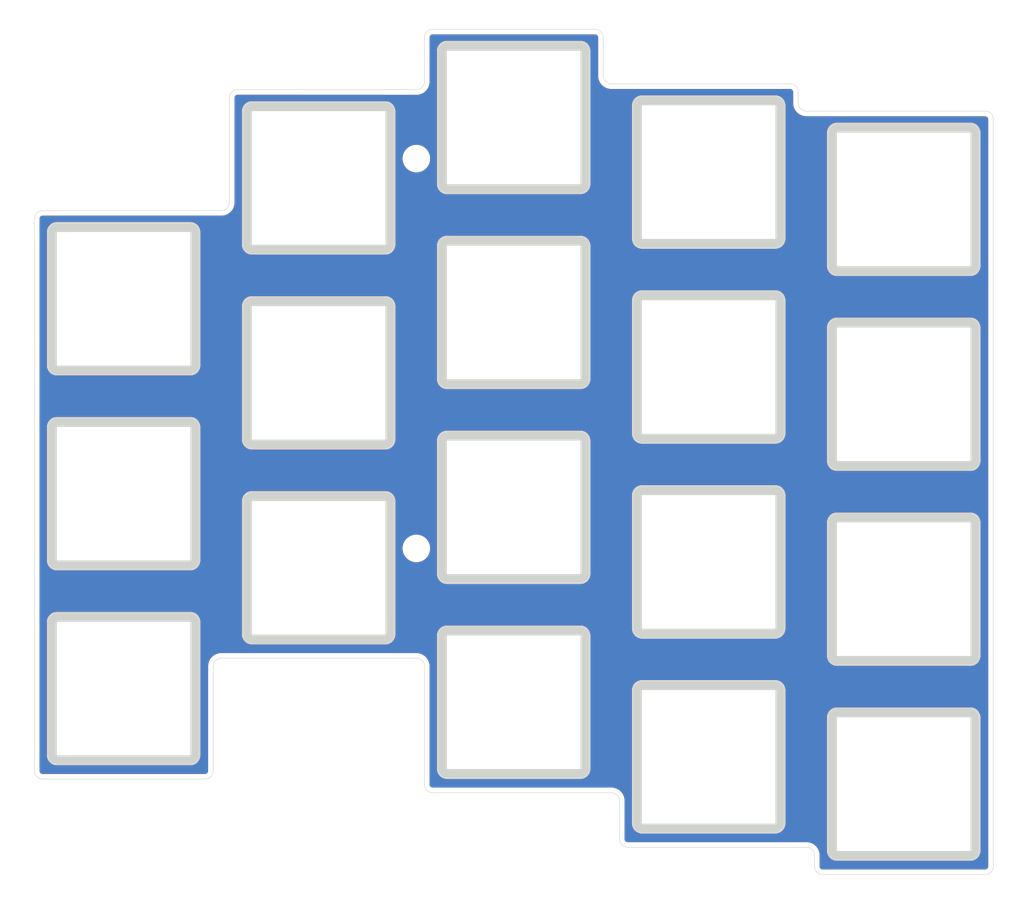
<source format=kicad_pcb>
(kicad_pcb (version 20241229) (generator "pcbnew") (generator_version "9.0")
  (title_block (title "pseusplit keyboard") (date "2024-11-18") (rev "0.1.0") (company "jack@pngu.org"))
  (layers (0 "F.Cu" signal) (2 "B.Cu" signal) (13 "F.Paste" user) (15 "B.Paste" user) (5 "F.SilkS" user "F.Silkscreen") (7 "B.SilkS" user "B.Silkscreen") (1 "F.Mask" user) (3 "B.Mask" user) (25 "Edge.Cuts" user))
  (net 0 "")
  (footprint "MountingHole:MountingHole_2.2mm_M2" (layer "F.Cu") (at 140.67 113.6)
    (property "Reference" "REF**" (hide yes))
    (property "Value" "MountingHole_2.2mm_M2" (hide yes))
    (pad "" np_thru_hole circle (at 0 0) (size 2.2 2.2) (drill 2.2) (layers "*.Cu" "*.Mask"))
  )
  (footprint "MountingHole:MountingHole_2.2mm_M2" (layer "F.Cu") (at 140.67 75.5)
    (property "Reference" "REF**" (hide yes))
    (property "Value" "MountingHole_2.2mm_M2" (hide yes))
    (pad "" np_thru_hole circle (at 0 0) (size 2.2 2.2) (drill 2.2) (layers "*.Cu" "*.Mask"))
  )
  (gr_line (start 104.1574 136.1387) (end 120.0314 136.1387) (stroke (width 0.05)) (layer "Edge.Cuts"))
  (gr_line (start 159.7206 68.1978) (end 177.182 68.1978) (stroke (width 0.05)) (layer "Edge.Cuts"))
  (gr_poly (pts (xy 194.799994 72.484502) (xy 194.824619 72.486334) (xy 194.849035 72.489367) (xy 194.873201 72.493584) (xy 194.897076 72.498967) (xy 194.920619 72.5055) (xy 194.943788 72.513166) (xy 194.966543 72.521947) (xy 194.988843 72.531828) (xy 195.010647 72.54279) (xy 195.031914 72.554818) (xy 195.052603 72.567893) (xy 195.072672 72.581999) (xy 195.092081 72.597119) (xy 195.110789 72.613237) (xy 195.128755 72.630334) (xy 195.145851 72.6483) (xy 195.161968 72.667008) (xy 195.177088 72.686417) (xy 195.191194 72.706487) (xy 195.204269 72.727175) (xy 195.216297 72.748442) (xy 195.227259 72.770246) (xy 195.23714 72.792545) (xy 195.245922 72.815301) (xy 195.253588 72.83847) (xy 195.260121 72.862012) (xy 195.265504 72.885887) (xy 195.269721 72.910052) (xy 195.272754 72.934468) (xy 195.274586 72.959094) (xy 195.275201 72.983887) (xy 195.275201 85.983886) (xy 195.274586 86.008679) (xy 195.272754 86.033304) (xy 195.269721 86.05772) (xy 195.265504 86.081886) (xy 195.260121 86.105761) (xy 195.253588 86.129303) (xy 195.245922 86.152472) (xy 195.23714 86.175227) (xy 195.227259 86.197527) (xy 195.216297 86.219331) (xy 195.204269 86.240597) (xy 195.191194 86.261286) (xy 195.177088 86.281355) (xy 195.161968 86.300765) (xy 195.145851 86.319473) (xy 195.128755 86.337439) (xy 195.110789 86.354537) (xy 195.092081 86.370654) (xy 195.072672 86.385774) (xy 195.052603 86.39988) (xy 195.031914 86.412956) (xy 195.010647 86.424983) (xy 194.988843 86.435945) (xy 194.966543 86.445826) (xy 194.943788 86.454607) (xy 194.920619 86.462273) (xy 194.897076 86.468806) (xy 194.873201 86.47419) (xy 194.849035 86.478406) (xy 194.824619 86.481439) (xy 194.799994 86.483271) (xy 194.775201 86.483886) (xy 181.775201 86.483886) (xy 181.750408 86.483271) (xy 181.725782 86.481439) (xy 181.701366 86.478406) (xy 181.677201 86.47419) (xy 181.653326 86.468806) (xy 181.629783 86.462273) (xy 181.606614 86.454607) (xy 181.583859 86.445826) (xy 181.561559 86.435945) (xy 181.539755 86.424983) (xy 181.518488 86.412956) (xy 181.497799 86.39988) (xy 181.47773 86.385774) (xy 181.458321 86.370654) (xy 181.439613 86.354537) (xy 181.421647 86.337439) (xy 181.40455 86.319473) (xy 181.388434 86.300765) (xy 181.373314 86.281355) (xy 181.359208 86.261286) (xy 181.346133 86.240597) (xy 181.334105 86.219331) (xy 181.323143 86.197527) (xy 181.313262 86.175227) (xy 181.30448 86.152472) (xy 181.296814 86.129303) (xy 181.290281 86.105761) (xy 181.284897 86.081886) (xy 181.280681 86.05772) (xy 181.277648 86.033304) (xy 181.275816 86.008679) (xy 181.275201 85.983886) (xy 181.275201 72.983887) (xy 181.275816 72.959094) (xy 181.277648 72.934468) (xy 181.280681 72.910052) (xy 181.284897 72.885887) (xy 181.290281 72.862012) (xy 181.296814 72.83847) (xy 181.30448 72.815301) (xy 181.313262 72.792545) (xy 181.323143 72.770246) (xy 181.334105 72.748442) (xy 181.346133 72.727175) (xy 181.359208 72.706487) (xy 181.373314 72.686417) (xy 181.388434 72.667008) (xy 181.40455 72.6483) (xy 181.421647 72.630334) (xy 181.439613 72.613237) (xy 181.458321 72.597119) (xy 181.47773 72.581999) (xy 181.497799 72.567893) (xy 181.518488 72.554818) (xy 181.539755 72.54279) (xy 181.561559 72.531828) (xy 181.583859 72.521947) (xy 181.606614 72.513166) (xy 181.629783 72.5055) (xy 181.653326 72.498967) (xy 181.677201 72.493584) (xy 181.701366 72.489367) (xy 181.725782 72.486334) (xy 181.750408 72.484502) (xy 181.775201 72.483887) (xy 194.775201 72.483887)) (stroke (width 0.944881)) (fill no) (layer "Edge.Cuts"))
  (gr_arc (start 122.4125 69.4679) (mid 122.676176 68.963811) (end 123.208 68.761836) (stroke (width 0.05)) (layer "Edge.Cuts"))
  (gr_line (start 160.5131 138.2653) (end 160.5131 141.4401) (stroke (width 0.05)) (layer "Edge.Cuts"))
  (gr_poly (pts (xy 194.799994 129.634496) (xy 194.824619 129.636328) (xy 194.849035 129.639361) (xy 194.873201 129.643578) (xy 194.897076 129.648961) (xy 194.920619 129.655495) (xy 194.943788 129.663161) (xy 194.966543 129.671942) (xy 194.988843 129.681823) (xy 195.010647 129.692786) (xy 195.031914 129.704813) (xy 195.052603 129.717888) (xy 195.072672 129.731994) (xy 195.092081 129.747114) (xy 195.110789 129.763231) (xy 195.128755 129.780328) (xy 195.145851 129.798293) (xy 195.161968 129.817001) (xy 195.177088 129.83641) (xy 195.191194 129.85648) (xy 195.204269 129.877168) (xy 195.216297 129.898435) (xy 195.227259 129.920239) (xy 195.23714 129.942539) (xy 195.245922 129.965294) (xy 195.253588 129.988464) (xy 195.260121 130.012006) (xy 195.265504 130.035881) (xy 195.269721 130.060047) (xy 195.272754 130.084463) (xy 195.274586 130.109088) (xy 195.275201 130.133881) (xy 195.275201 143.133881) (xy 195.274586 143.158675) (xy 195.272754 143.1833) (xy 195.269721 143.207716) (xy 195.265504 143.231882) (xy 195.260121 143.255756) (xy 195.253588 143.279299) (xy 195.245922 143.302468) (xy 195.23714 143.325224) (xy 195.227259 143.347524) (xy 195.216297 143.369328) (xy 195.204269 143.390594) (xy 195.191194 143.411283) (xy 195.177088 143.431352) (xy 195.161968 143.450761) (xy 195.145851 143.469469) (xy 195.128755 143.487435) (xy 195.110789 143.504532) (xy 195.092081 143.520649) (xy 195.072672 143.535769) (xy 195.052603 143.549875) (xy 195.031914 143.56295) (xy 195.010647 143.574977) (xy 194.988843 143.58594) (xy 194.966543 143.59582) (xy 194.943788 143.604602) (xy 194.920619 143.612268) (xy 194.897076 143.618801) (xy 194.873201 143.624185) (xy 194.849035 143.628402) (xy 194.824619 143.631435) (xy 194.799994 143.633267) (xy 194.775201 143.633881) (xy 181.775201 143.633881) (xy 181.750408 143.633267) (xy 181.725782 143.631435) (xy 181.701366 143.628402) (xy 181.677201 143.624185) (xy 181.653326 143.618801) (xy 181.629783 143.612268) (xy 181.606614 143.604602) (xy 181.583859 143.59582) (xy 181.561559 143.58594) (xy 181.539755 143.574977) (xy 181.518488 143.56295) (xy 181.497799 143.549875) (xy 181.47773 143.535769) (xy 181.458321 143.520649) (xy 181.439613 143.504532) (xy 181.421647 143.487435) (xy 181.40455 143.469469) (xy 181.388434 143.450761) (xy 181.373314 143.431352) (xy 181.359208 143.411283) (xy 181.346133 143.390594) (xy 181.334105 143.369328) (xy 181.323143 143.347524) (xy 181.313262 143.325224) (xy 181.30448 143.302468) (xy 181.296814 143.279299) (xy 181.290281 143.255756) (xy 181.284897 143.231882) (xy 181.280681 143.207716) (xy 181.277648 143.1833) (xy 181.275816 143.158675) (xy 181.275201 143.133881) (xy 181.275201 130.133881) (xy 181.275816 130.109088) (xy 181.277648 130.084463) (xy 181.280681 130.060047) (xy 181.284897 130.035881) (xy 181.290281 130.012006) (xy 181.296814 129.988464) (xy 181.30448 129.965294) (xy 181.313262 129.942539) (xy 181.323143 129.920239) (xy 181.334105 129.898435) (xy 181.346133 129.877168) (xy 181.359208 129.85648) (xy 181.373314 129.83641) (xy 181.388434 129.817001) (xy 181.40455 129.798293) (xy 181.421647 129.780328) (xy 181.439613 129.763231) (xy 181.458321 129.747114) (xy 181.47773 129.731994) (xy 181.497799 129.717888) (xy 181.518488 129.704813) (xy 181.539755 129.692786) (xy 181.561559 129.681823) (xy 181.583859 129.671942) (xy 181.606614 129.663161) (xy 181.629783 129.655495) (xy 181.653326 129.648961) (xy 181.677201 129.643578) (xy 181.701366 129.639361) (xy 181.725782 129.636328) (xy 181.750408 129.634496) (xy 181.775201 129.633881) (xy 194.775201 129.633881)) (stroke (width 0.944881)) (fill no) (layer "Edge.Cuts"))
  (gr_poly (pts (xy 156.699996 102.583497) (xy 156.724621 102.585329) (xy 156.749037 102.588362) (xy 156.773202 102.592579) (xy 156.797077 102.597962) (xy 156.820619 102.604495) (xy 156.843788 102.612161) (xy 156.866543 102.620942) (xy 156.888843 102.630823) (xy 156.910647 102.641785) (xy 156.931914 102.653813) (xy 156.952602 102.666888) (xy 156.972672 102.680994) (xy 156.992081 102.696114) (xy 157.01079 102.712232) (xy 157.028756 102.729329) (xy 157.045854 102.747295) (xy 157.061971 102.766004) (xy 157.077091 102.785413) (xy 157.091197 102.805483) (xy 157.104273 102.826171) (xy 157.1163 102.847438) (xy 157.127262 102.869242) (xy 157.137143 102.891542) (xy 157.145924 102.914297) (xy 157.15359 102.937466) (xy 157.160123 102.961008) (xy 157.165506 102.984883) (xy 157.169723 103.009048) (xy 157.172756 103.033464) (xy 157.174588 103.058089) (xy 157.175202 103.082883) (xy 157.175202 116.082883) (xy 157.174588 116.107676) (xy 157.172756 116.132301) (xy 157.169723 116.156717) (xy 157.165506 116.180883) (xy 157.160123 116.204757) (xy 157.15359 116.228299) (xy 157.145924 116.251469) (xy 157.137143 116.274224) (xy 157.127262 116.296524) (xy 157.1163 116.318327) (xy 157.104273 116.339594) (xy 157.091197 116.360283) (xy 157.077091 116.380352) (xy 157.061971 116.399762) (xy 157.045854 116.41847) (xy 157.028756 116.436436) (xy 157.01079 116.453534) (xy 156.992081 116.469651) (xy 156.972672 116.484771) (xy 156.952602 116.498877) (xy 156.931914 116.511953) (xy 156.910647 116.52398) (xy 156.888843 116.534942) (xy 156.866543 116.544823) (xy 156.843788 116.553605) (xy 156.820619 116.56127) (xy 156.797077 116.567803) (xy 156.773202 116.573187) (xy 156.749037 116.577403) (xy 156.724621 116.580436) (xy 156.699996 116.582268) (xy 156.675203 116.582883) (xy 143.675203 116.582883) (xy 143.650409 116.582268) (xy 143.625784 116.580436) (xy 143.601368 116.577403) (xy 143.577203 116.573187) (xy 143.553328 116.567803) (xy 143.529786 116.56127) (xy 143.506617 116.553605) (xy 143.483862 116.544823) (xy 143.461562 116.534942) (xy 143.439758 116.52398) (xy 143.418491 116.511953) (xy 143.397803 116.498877) (xy 143.377733 116.484771) (xy 143.358324 116.469651) (xy 143.339615 116.453534) (xy 143.321649 116.436436) (xy 143.304551 116.41847) (xy 143.288434 116.399762) (xy 143.273314 116.380352) (xy 143.259208 116.360283) (xy 143.246132 116.339594) (xy 143.234105 116.318327) (xy 143.223143 116.296524) (xy 143.213262 116.274224) (xy 143.20448 116.251469) (xy 143.196815 116.228299) (xy 143.190282 116.204757) (xy 143.184898 116.180883) (xy 143.180682 116.156717) (xy 143.177649 116.132301) (xy 143.175817 116.107676) (xy 143.175202 116.082883) (xy 143.175202 103.082883) (xy 143.175817 103.058089) (xy 143.177649 103.033464) (xy 143.180682 103.009048) (xy 143.184898 102.984883) (xy 143.190282 102.961008) (xy 143.196815 102.937466) (xy 143.20448 102.914297) (xy 143.213262 102.891542) (xy 143.223143 102.869242) (xy 143.234105 102.847438) (xy 143.246132 102.826171) (xy 143.259208 102.805483) (xy 143.273314 102.785413) (xy 143.288434 102.766004) (xy 143.304551 102.747295) (xy 143.321649 102.729329) (xy 143.339615 102.712232) (xy 143.358324 102.696114) (xy 143.377733 102.680994) (xy 143.397803 102.666888) (xy 143.418491 102.653813) (xy 143.439758 102.641785) (xy 143.461562 102.630823) (xy 143.483862 102.620942) (xy 143.506617 102.612161) (xy 143.529786 102.604495) (xy 143.553328 102.597962) (xy 143.577203 102.592579) (xy 143.601368 102.588362) (xy 143.625784 102.585329) (xy 143.650409 102.583497) (xy 143.675203 102.582883) (xy 156.675203 102.582883)) (stroke (width 0.944881)) (fill no) (layer "Edge.Cuts"))
  (gr_arc (start 141.4643 63.6575) (mid 141.696769 63.096269) (end 142.258 62.8638) (stroke (width 0.05)) (layer "Edge.Cuts"))
  (gr_poly (pts (xy 156.699996 121.6335) (xy 156.724621 121.635332) (xy 156.749037 121.638365) (xy 156.773202 121.642582) (xy 156.797077 121.647965) (xy 156.820619 121.654498) (xy 156.843788 121.662164) (xy 156.866543 121.670945) (xy 156.888843 121.680826) (xy 156.910647 121.691788) (xy 156.931914 121.703816) (xy 156.952602 121.716891) (xy 156.972672 121.730997) (xy 156.992081 121.746117) (xy 157.01079 121.762235) (xy 157.028756 121.779332) (xy 157.045854 121.797298) (xy 157.061971 121.816007) (xy 157.077091 121.835416) (xy 157.091197 121.855486) (xy 157.104273 121.876174) (xy 157.1163 121.897441) (xy 157.127262 121.919245) (xy 157.137143 121.941545) (xy 157.145924 121.9643) (xy 157.15359 121.987469) (xy 157.160123 122.011011) (xy 157.165506 122.034886) (xy 157.169723 122.059052) (xy 157.172756 122.083467) (xy 157.174588 122.108092) (xy 157.175202 122.132886) (xy 157.175202 135.132882) (xy 157.174588 135.157675) (xy 157.172756 135.1823) (xy 157.169723 135.206716) (xy 157.165506 135.230882) (xy 157.160123 135.254757) (xy 157.15359 135.2783) (xy 157.145924 135.301469) (xy 157.137143 135.324224) (xy 157.127262 135.346524) (xy 157.1163 135.368328) (xy 157.104273 135.389595) (xy 157.091197 135.410283) (xy 157.077091 135.430353) (xy 157.061971 135.449762) (xy 157.045854 135.46847) (xy 157.028756 135.486436) (xy 157.01079 135.503532) (xy 156.992081 135.519649) (xy 156.972672 135.534769) (xy 156.952602 135.548875) (xy 156.931914 135.56195) (xy 156.910647 135.573978) (xy 156.888843 135.58494) (xy 156.866543 135.594821) (xy 156.843788 135.603603) (xy 156.820619 135.611269) (xy 156.797077 135.617802) (xy 156.773202 135.623185) (xy 156.749037 135.627402) (xy 156.724621 135.630435) (xy 156.699996 135.632267) (xy 156.675203 135.632882) (xy 143.675203 135.632882) (xy 143.650409 135.632267) (xy 143.625784 135.630435) (xy 143.601368 135.627402) (xy 143.577203 135.623185) (xy 143.553328 135.617802) (xy 143.529786 135.611269) (xy 143.506617 135.603603) (xy 143.483862 135.594821) (xy 143.461562 135.58494) (xy 143.439758 135.573978) (xy 143.418491 135.56195) (xy 143.397803 135.548875) (xy 143.377733 135.534769) (xy 143.358324 135.519649) (xy 143.339615 135.503532) (xy 143.321649 135.486436) (xy 143.304551 135.46847) (xy 143.288434 135.449762) (xy 143.273314 135.430353) (xy 143.259208 135.410283) (xy 143.246132 135.389595) (xy 143.234105 135.368328) (xy 143.223143 135.346524) (xy 143.213262 135.324224) (xy 143.20448 135.301469) (xy 143.196815 135.2783) (xy 143.190282 135.254757) (xy 143.184898 135.230882) (xy 143.180682 135.206716) (xy 143.177649 135.1823) (xy 143.175817 135.157675) (xy 143.175202 135.132882) (xy 143.175202 122.132886) (xy 143.175817 122.108092) (xy 143.177649 122.083467) (xy 143.180682 122.059052) (xy 143.184898 122.034886) (xy 143.190282 122.011011) (xy 143.196815 121.987469) (xy 143.20448 121.9643) (xy 143.213262 121.941545) (xy 143.223143 121.919245) (xy 143.234105 121.897441) (xy 143.246132 121.876174) (xy 143.259208 121.855486) (xy 143.273314 121.835416) (xy 143.288434 121.816007) (xy 143.304551 121.797298) (xy 143.321649 121.779332) (xy 143.339615 121.762235) (xy 143.358324 121.746117) (xy 143.377733 121.730997) (xy 143.397803 121.716891) (xy 143.418491 121.703816) (xy 143.439758 121.691788) (xy 143.461562 121.680826) (xy 143.483862 121.670945) (xy 143.506617 121.662164) (xy 143.529786 121.654498) (xy 143.553328 121.647965) (xy 143.577203 121.642582) (xy 143.601368 121.638365) (xy 143.625784 121.635332) (xy 143.650409 121.6335) (xy 143.675203 121.632886) (xy 156.675203 121.632886)) (stroke (width 0.944881)) (fill no) (layer "Edge.Cuts"))
  (gr_poly (pts (xy 156.699996 83.5335) (xy 156.724621 83.535332) (xy 156.749037 83.538365) (xy 156.773202 83.542581) (xy 156.797077 83.547964) (xy 156.820619 83.554498) (xy 156.843788 83.562163) (xy 156.866543 83.570945) (xy 156.888843 83.580826) (xy 156.910647 83.591788) (xy 156.931914 83.603815) (xy 156.952602 83.616891) (xy 156.972672 83.630997) (xy 156.992081 83.646117) (xy 157.01079 83.662234) (xy 157.028756 83.679332) (xy 157.045854 83.697298) (xy 157.061971 83.716006) (xy 157.077091 83.735416) (xy 157.091197 83.755485) (xy 157.104273 83.776174) (xy 157.1163 83.79744) (xy 157.127262 83.819244) (xy 157.137143 83.841544) (xy 157.145924 83.864299) (xy 157.15359 83.887468) (xy 157.160123 83.91101) (xy 157.165506 83.934885) (xy 157.169723 83.95905) (xy 157.172756 83.983466) (xy 157.174588 84.008092) (xy 157.175202 84.032885) (xy 157.175202 97.032883) (xy 157.174588 97.057677) (xy 157.172756 97.082302) (xy 157.169723 97.106718) (xy 157.165506 97.130883) (xy 157.160123 97.154758) (xy 157.15359 97.1783) (xy 157.145924 97.201469) (xy 157.137143 97.224224) (xy 157.127262 97.246524) (xy 157.1163 97.268328) (xy 157.104273 97.289595) (xy 157.091197 97.310283) (xy 157.077091 97.330353) (xy 157.061971 97.349762) (xy 157.045854 97.368471) (xy 157.028756 97.386437) (xy 157.01079 97.403535) (xy 156.992081 97.419652) (xy 156.972672 97.434772) (xy 156.952602 97.448878) (xy 156.931914 97.461953) (xy 156.910647 97.473981) (xy 156.888843 97.484943) (xy 156.866543 97.494824) (xy 156.843788 97.503605) (xy 156.820619 97.511271) (xy 156.797077 97.517804) (xy 156.773202 97.523187) (xy 156.749037 97.527404) (xy 156.724621 97.530437) (xy 156.699996 97.532269) (xy 156.675203 97.532883) (xy 143.675203 97.532883) (xy 143.650409 97.532269) (xy 143.625784 97.530437) (xy 143.601368 97.527404) (xy 143.577203 97.523187) (xy 143.553328 97.517804) (xy 143.529786 97.511271) (xy 143.506617 97.503605) (xy 143.483862 97.494824) (xy 143.461562 97.484943) (xy 143.439758 97.473981) (xy 143.418491 97.461953) (xy 143.397803 97.448878) (xy 143.377733 97.434772) (xy 143.358324 97.419652) (xy 143.339615 97.403535) (xy 143.321649 97.386437) (xy 143.304551 97.368471) (xy 143.288434 97.349762) (xy 143.273314 97.330353) (xy 143.259208 97.310283) (xy 143.246132 97.289595) (xy 143.234105 97.268328) (xy 143.223143 97.246524) (xy 143.213262 97.224224) (xy 143.20448 97.201469) (xy 143.196815 97.1783) (xy 143.190282 97.154758) (xy 143.184898 97.130883) (xy 143.180682 97.106718) (xy 143.177649 97.082302) (xy 143.175817 97.057677) (xy 143.175202 97.032883) (xy 143.175202 84.032885) (xy 143.175817 84.008092) (xy 143.177649 83.983466) (xy 143.180682 83.95905) (xy 143.184898 83.934885) (xy 143.190282 83.91101) (xy 143.196815 83.887468) (xy 143.20448 83.864299) (xy 143.213262 83.841544) (xy 143.223143 83.819244) (xy 143.234105 83.79744) (xy 143.246132 83.776174) (xy 143.259208 83.755485) (xy 143.273314 83.735416) (xy 143.288434 83.716006) (xy 143.304551 83.697298) (xy 143.321649 83.679332) (xy 143.339615 83.662234) (xy 143.358324 83.646117) (xy 143.377733 83.630997) (xy 143.397803 83.616891) (xy 143.418491 83.603815) (xy 143.439758 83.591788) (xy 143.461562 83.580826) (xy 143.483862 83.570945) (xy 143.506617 83.562163) (xy 143.529786 83.554498) (xy 143.553328 83.547964) (xy 143.577203 83.542581) (xy 143.601368 83.538365) (xy 143.625784 83.535332) (xy 143.650409 83.5335) (xy 143.675203 83.532885) (xy 156.675203 83.532885)) (stroke (width 0.944881)) (fill no) (layer "Edge.Cuts"))
  (gr_line (start 160.5131 141.4401) (end 160.5143 142.0119) (stroke (width 0.05)) (layer "Edge.Cuts"))
  (gr_arc (start 159.7206 68.1978) (mid 159.159369 67.965331) (end 158.9269 67.4041) (stroke (width 0.05)) (layer "Edge.Cuts"))
  (gr_arc (start 104.1574 136.1387) (mid 103.596169 135.906231) (end 103.3637 135.345) (stroke (width 0.05)) (layer "Edge.Cuts"))
  (gr_line (start 142.258 62.8638) (end 158.132 62.8638) (stroke (width 0.05)) (layer "Edge.Cuts"))
  (gr_arc (start 158.132 62.8638) (mid 158.693231 63.096269) (end 158.9257 63.6575) (stroke (width 0.05)) (layer "Edge.Cuts"))
  (gr_arc (start 178.7694 142.8056) (mid 179.330631 143.038069) (end 179.5631 143.5993) (stroke (width 0.05)) (layer "Edge.Cuts"))
  (gr_line (start 197.0257 144.6789) (end 197.0257 131.1039) (stroke (width 0.05)) (layer "Edge.Cuts"))
  (gr_arc (start 140.6694 124.3283) (mid 141.230631 124.560769) (end 141.4631 125.122) (stroke (width 0.05)) (layer "Edge.Cuts"))
  (gr_arc (start 120.8251 135.345) (mid 120.592631 135.906231) (end 120.0314 136.1387) (stroke (width 0.05)) (layer "Edge.Cuts"))
  (gr_poly (pts (xy 156.699996 64.483503) (xy 156.724621 64.485335) (xy 156.749037 64.488368) (xy 156.773202 64.492584) (xy 156.797077 64.497967) (xy 156.820619 64.504501) (xy 156.843788 64.512166) (xy 156.866543 64.520948) (xy 156.888843 64.530829) (xy 156.910647 64.541791) (xy 156.931914 64.553819) (xy 156.952602 64.566894) (xy 156.972672 64.581) (xy 156.992081 64.59612) (xy 157.01079 64.612237) (xy 157.028756 64.629335) (xy 157.045854 64.647301) (xy 157.061971 64.666009) (xy 157.077091 64.685418) (xy 157.091197 64.705488) (xy 157.104273 64.726176) (xy 157.1163 64.747443) (xy 157.127262 64.769246) (xy 157.137143 64.791546) (xy 157.145924 64.814301) (xy 157.15359 64.83747) (xy 157.160123 64.861013) (xy 157.165506 64.884887) (xy 157.169723 64.909053) (xy 157.172756 64.933469) (xy 157.174588 64.958094) (xy 157.175202 64.982888) (xy 157.175202 77.982887) (xy 157.174588 78.007681) (xy 157.172756 78.032306) (xy 157.169723 78.056722) (xy 157.165506 78.080888) (xy 157.160123 78.104762) (xy 157.15359 78.128305) (xy 157.145924 78.151474) (xy 157.137143 78.174229) (xy 157.127262 78.196529) (xy 157.1163 78.218333) (xy 157.104273 78.239599) (xy 157.091197 78.260288) (xy 157.077091 78.280357) (xy 157.061971 78.299766) (xy 157.045854 78.318475) (xy 157.028756 78.336441) (xy 157.01079 78.353538) (xy 156.992081 78.369655) (xy 156.972672 78.384775) (xy 156.952602 78.398881) (xy 156.931914 78.411957) (xy 156.910647 78.423984) (xy 156.888843 78.434946) (xy 156.866543 78.444827) (xy 156.843788 78.453609) (xy 156.820619 78.461275) (xy 156.797077 78.467808) (xy 156.773202 78.473191) (xy 156.749037 78.477408) (xy 156.724621 78.48044) (xy 156.699996 78.482273) (xy 156.675203 78.482887) (xy 143.675203 78.482887) (xy 143.650409 78.482273) (xy 143.625784 78.48044) (xy 143.601368 78.477408) (xy 143.577203 78.473191) (xy 143.553328 78.467808) (xy 143.529786 78.461275) (xy 143.506617 78.453609) (xy 143.483862 78.444827) (xy 143.461562 78.434946) (xy 143.439758 78.423984) (xy 143.418491 78.411957) (xy 143.397803 78.398881) (xy 143.377733 78.384775) (xy 143.358324 78.369655) (xy 143.339615 78.353538) (xy 143.321649 78.336441) (xy 143.304551 78.318475) (xy 143.288434 78.299766) (xy 143.273314 78.280357) (xy 143.259208 78.260288) (xy 143.246132 78.239599) (xy 143.234105 78.218333) (xy 143.223143 78.196529) (xy 143.213262 78.174229) (xy 143.20448 78.151474) (xy 143.196815 78.128305) (xy 143.190282 78.104762) (xy 143.184898 78.080888) (xy 143.180682 78.056722) (xy 143.177649 78.032306) (xy 143.175817 78.007681) (xy 143.175202 77.982887) (xy 143.175202 64.982888) (xy 143.175817 64.958094) (xy 143.177649 64.933469) (xy 143.180682 64.909053) (xy 143.184898 64.884887) (xy 143.190282 64.861013) (xy 143.196815 64.83747) (xy 143.20448 64.814301) (xy 143.213262 64.791546) (xy 143.223143 64.769246) (xy 143.234105 64.747443) (xy 143.246132 64.726176) (xy 143.259208 64.705488) (xy 143.273314 64.685418) (xy 143.288434 64.666009) (xy 143.304551 64.647301) (xy 143.321649 64.629335) (xy 143.339615 64.612237) (xy 143.358324 64.59612) (xy 143.377733 64.581) (xy 143.397803 64.566894) (xy 143.418491 64.553819) (xy 143.439758 64.541791) (xy 143.461562 64.530829) (xy 143.483862 64.520948) (xy 143.506617 64.512166) (xy 143.529786 64.504501) (xy 143.553328 64.497967) (xy 143.577203 64.492584) (xy 143.601368 64.488368) (xy 143.625784 64.485335) (xy 143.650409 64.483503) (xy 143.675203 64.482888) (xy 156.675203 64.482888)) (stroke (width 0.944881)) (fill no) (layer "Edge.Cuts"))
  (gr_poly (pts (xy 118.6 82.2) (xy 118.624626 82.201832) (xy 118.649042 82.204865) (xy 118.673208 82.209081) (xy 118.697082 82.214465) (xy 118.720625 82.220998) (xy 118.743794 82.228663) (xy 118.766549 82.237445) (xy 118.788849 82.247326) (xy 118.810652 82.258288) (xy 118.831919 82.270315) (xy 118.852608 82.283391) (xy 118.872677 82.297497) (xy 118.892086 82.312617) (xy 118.910794 82.328734) (xy 118.928761 82.345832) (xy 118.945858 82.363798) (xy 118.961975 82.382506) (xy 118.977095 82.401916) (xy 118.991201 82.421985) (xy 119.004277 82.442674) (xy 119.016304 82.46394) (xy 119.027266 82.485744) (xy 119.037147 82.508044) (xy 119.045928 82.530799) (xy 119.053594 82.553968) (xy 119.060127 82.57751) (xy 119.065511 82.601385) (xy 119.069727 82.625551) (xy 119.07276 82.649967) (xy 119.074592 82.674592) (xy 119.075207 82.699385) (xy 119.075207 95.699385) (xy 119.074592 95.724179) (xy 119.07276 95.748804) (xy 119.069727 95.77322) (xy 119.065511 95.797386) (xy 119.060127 95.821261) (xy 119.053594 95.844803) (xy 119.045928 95.867972) (xy 119.037147 95.890727) (xy 119.027266 95.913027) (xy 119.016304 95.934831) (xy 119.004277 95.956097) (xy 118.991201 95.976786) (xy 118.977095 95.996855) (xy 118.961975 96.016265) (xy 118.945858 96.034973) (xy 118.928761 96.052939) (xy 118.910794 96.070037) (xy 118.892086 96.086154) (xy 118.872677 96.101274) (xy 118.852608 96.11538) (xy 118.831919 96.128456) (xy 118.810652 96.140483) (xy 118.788849 96.151445) (xy 118.766549 96.161326) (xy 118.743794 96.170107) (xy 118.720625 96.177773) (xy 118.697082 96.184306) (xy 118.673208 96.18969) (xy 118.649042 96.193906) (xy 118.624626 96.196939) (xy 118.6 96.198771) (xy 118.575207 96.199385) (xy 105.575208 96.199385) (xy 105.550414 96.198771) (xy 105.525789 96.196939) (xy 105.501373 96.193906) (xy 105.477207 96.18969) (xy 105.453333 96.184306) (xy 105.42979 96.177773) (xy 105.406621 96.170107) (xy 105.383866 96.161326) (xy 105.361566 96.151445) (xy 105.339763 96.140483) (xy 105.318496 96.128456) (xy 105.297808 96.11538) (xy 105.277738 96.101274) (xy 105.258329 96.086154) (xy 105.239621 96.070037) (xy 105.221655 96.052939) (xy 105.204557 96.034973) (xy 105.18844 96.016265) (xy 105.17332 95.996855) (xy 105.159214 95.976786) (xy 105.146139 95.956097) (xy 105.134111 95.934831) (xy 105.123149 95.913027) (xy 105.113268 95.890727) (xy 105.104487 95.867972) (xy 105.096821 95.844803) (xy 105.090287 95.821261) (xy 105.084904 95.797386) (xy 105.080688 95.77322) (xy 105.077655 95.748804) (xy 105.075823 95.724179) (xy 105.075208 95.699385) (xy 105.075208 82.699385) (xy 105.075823 82.674592) (xy 105.077655 82.649967) (xy 105.080688 82.625551) (xy 105.084904 82.601385) (xy 105.090287 82.57751) (xy 105.096821 82.553968) (xy 105.104487 82.530799) (xy 105.113268 82.508044) (xy 105.123149 82.485744) (xy 105.134111 82.46394) (xy 105.146139 82.442674) (xy 105.159214 82.421985) (xy 105.17332 82.401916) (xy 105.18844 82.382506) (xy 105.204557 82.363798) (xy 105.221655 82.345832) (xy 105.239621 82.328734) (xy 105.258329 82.312617) (xy 105.277738 82.297497) (xy 105.297808 82.283391) (xy 105.318496 82.270315) (xy 105.339763 82.258288) (xy 105.361566 82.247326) (xy 105.383866 82.237445) (xy 105.406621 82.228663) (xy 105.42979 82.220998) (xy 105.453333 82.214465) (xy 105.477207 82.209081) (xy 105.501373 82.204865) (xy 105.525789 82.201832) (xy 105.550414 82.2) (xy 105.575208 82.199385) (xy 118.575207 82.199385)) (stroke (width 0.944881)) (fill no) (layer "Edge.Cuts"))
  (gr_line (start 120.8251 126.6143) (end 120.8269 125.122) (stroke (width 0.05)) (layer "Edge.Cuts"))
  (gr_line (start 103.3637 93.2789) (end 103.3637 135.345) (stroke (width 0.05)) (layer "Edge.Cuts"))
  (gr_poly (pts (xy 175.749999 126.9675) (xy 175.774624 126.969332) (xy 175.79904 126.972365) (xy 175.823206 126.976581) (xy 175.847081 126.981965) (xy 175.870623 126.988498) (xy 175.893793 126.996163) (xy 175.916548 127.004945) (xy 175.938848 127.014826) (xy 175.960652 127.025788) (xy 175.981919 127.037815) (xy 176.002607 127.050891) (xy 176.022676 127.064997) (xy 176.042086 127.080117) (xy 176.060794 127.096234) (xy 176.078759 127.113332) (xy 176.095856 127.131298) (xy 176.111973 127.150006) (xy 176.127093 127.169416) (xy 176.141199 127.189485) (xy 176.154274 127.210174) (xy 176.166301 127.231441) (xy 176.177264 127.253245) (xy 176.187144 127.275544) (xy 176.195926 127.298299) (xy 176.203592 127.321469) (xy 176.210126 127.345011) (xy 176.215509 127.368885) (xy 176.219726 127.393051) (xy 176.222759 127.417467) (xy 176.224591 127.442092) (xy 176.225206 127.466885) (xy 176.225206 140.466882) (xy 176.224591 140.491675) (xy 176.222759 140.5163) (xy 176.219726 140.540716) (xy 176.215509 140.564882) (xy 176.210126 140.588757) (xy 176.203592 140.612299) (xy 176.195926 140.635469) (xy 176.187144 140.658224) (xy 176.177264 140.680524) (xy 176.166301 140.702328) (xy 176.154274 140.723595) (xy 176.141199 140.744283) (xy 176.127093 140.764352) (xy 176.111973 140.783762) (xy 176.095856 140.80247) (xy 176.078759 140.820435) (xy 176.060794 140.837532) (xy 176.042086 140.853649) (xy 176.022676 140.868769) (xy 176.002607 140.882875) (xy 175.981919 140.89595) (xy 175.960652 140.907977) (xy 175.938848 140.91894) (xy 175.916548 140.92882) (xy 175.893793 140.937602) (xy 175.870623 140.945268) (xy 175.847081 140.951802) (xy 175.823206 140.957185) (xy 175.79904 140.961402) (xy 175.774624 140.964435) (xy 175.749999 140.966267) (xy 175.725206 140.966882) (xy 162.725205 140.966882) (xy 162.700412 140.966267) (xy 162.675787 140.964435) (xy 162.651371 140.961402) (xy 162.627206 140.957185) (xy 162.603331 140.951802) (xy 162.579789 140.945268) (xy 162.55662 140.937602) (xy 162.533865 140.92882) (xy 162.511565 140.91894) (xy 162.489761 140.907977) (xy 162.468494 140.89595) (xy 162.447806 140.882875) (xy 162.427736 140.868769) (xy 162.408327 140.853649) (xy 162.389618 140.837532) (xy 162.371652 140.820435) (xy 162.354554 140.80247) (xy 162.338437 140.783762) (xy 162.323317 140.764352) (xy 162.309211 140.744283) (xy 162.296135 140.723595) (xy 162.284108 140.702328) (xy 162.273146 140.680524) (xy 162.263265 140.658224) (xy 162.254484 140.635469) (xy 162.246818 140.612299) (xy 162.240285 140.588757) (xy 162.234902 140.564882) (xy 162.230685 140.540716) (xy 162.227652 140.5163) (xy 162.22582 140.491675) (xy 162.225206 140.466882) (xy 162.225206 127.466885) (xy 162.22582 127.442092) (xy 162.227652 127.417467) (xy 162.230685 127.393051) (xy 162.234902 127.368885) (xy 162.240285 127.345011) (xy 162.246818 127.321469) (xy 162.254484 127.298299) (xy 162.263265 127.275544) (xy 162.273146 127.253245) (xy 162.284108 127.231441) (xy 162.296135 127.210174) (xy 162.309211 127.189485) (xy 162.323317 127.169416) (xy 162.338437 127.150006) (xy 162.354554 127.131298) (xy 162.371652 127.113332) (xy 162.389618 127.096234) (xy 162.408327 127.080117) (xy 162.427736 127.064997) (xy 162.447806 127.050891) (xy 162.468494 127.037815) (xy 162.489761 127.025788) (xy 162.511565 127.014826) (xy 162.533865 127.004945) (xy 162.55662 126.996163) (xy 162.579789 126.988498) (xy 162.603331 126.981965) (xy 162.627206 126.976581) (xy 162.651371 126.972365) (xy 162.675787 126.969332) (xy 162.700412 126.9675) (xy 162.725205 126.966885) (xy 175.725206 126.966885)) (stroke (width 0.944881)) (fill no) (layer "Edge.Cuts"))
  (gr_poly (pts (xy 137.649996 108.488999) (xy 137.674622 108.490832) (xy 137.699037 108.493864) (xy 137.723203 108.498081) (xy 137.747078 108.503464) (xy 137.77062 108.509997) (xy 137.793789 108.517663) (xy 137.816544 108.526445) (xy 137.838844 108.536325) (xy 137.860648 108.547288) (xy 137.881915 108.559315) (xy 137.902603 108.57239) (xy 137.922673 108.586496) (xy 137.942082 108.601617) (xy 137.960791 108.617734) (xy 137.978757 108.634831) (xy 137.995854 108.652798) (xy 138.011972 108.671506) (xy 138.027092 108.690915) (xy 138.041198 108.710985) (xy 138.054273 108.731674) (xy 138.066301 108.75294) (xy 138.077263 108.774744) (xy 138.087144 108.797044) (xy 138.095925 108.819799) (xy 138.103591 108.842968) (xy 138.110124 108.866511) (xy 138.115507 108.890385) (xy 138.119724 108.914551) (xy 138.122757 108.938967) (xy 138.124589 108.963592) (xy 138.125203 108.988385) (xy 138.125203 121.988385) (xy 138.124589 122.013178) (xy 138.122757 122.037803) (xy 138.119724 122.062219) (xy 138.115507 122.086385) (xy 138.110124 122.110259) (xy 138.103591 122.133802) (xy 138.095925 122.156971) (xy 138.087144 122.179726) (xy 138.077263 122.202026) (xy 138.066301 122.22383) (xy 138.054273 122.245096) (xy 138.041198 122.265785) (xy 138.027092 122.285854) (xy 138.011972 122.305264) (xy 137.995854 122.323972) (xy 137.978757 122.341939) (xy 137.960791 122.359036) (xy 137.942082 122.375153) (xy 137.922673 122.390274) (xy 137.902603 122.40438) (xy 137.881915 122.417455) (xy 137.860648 122.429482) (xy 137.838844 122.440445) (xy 137.816544 122.450325) (xy 137.793789 122.459107) (xy 137.77062 122.466773) (xy 137.747078 122.473306) (xy 137.723203 122.478689) (xy 137.699037 122.482906) (xy 137.674622 122.485938) (xy 137.649996 122.48777) (xy 137.625203 122.488385) (xy 124.625205 122.488385) (xy 124.600412 122.48777) (xy 124.575786 122.485938) (xy 124.55137 122.482906) (xy 124.527204 122.478689) (xy 124.50333 122.473306) (xy 124.479788 122.466773) (xy 124.456618 122.459107) (xy 124.433863 122.450325) (xy 124.411564 122.440445) (xy 124.38976 122.429482) (xy 124.368493 122.417455) (xy 124.347805 122.40438) (xy 124.327735 122.390274) (xy 124.308326 122.375153) (xy 124.289618 122.359036) (xy 124.271651 122.341939) (xy 124.254554 122.323972) (xy 124.238437 122.305264) (xy 124.223317 122.285854) (xy 124.20921 122.265785) (xy 124.196135 122.245096) (xy 124.184108 122.22383) (xy 124.173145 122.202026) (xy 124.163265 122.179726) (xy 124.154483 122.156971) (xy 124.146817 122.133802) (xy 124.140284 122.110259) (xy 124.134901 122.086385) (xy 124.130685 122.062219) (xy 124.127652 122.037803) (xy 124.12582 122.013178) (xy 124.125205 121.988385) (xy 124.125205 108.988385) (xy 124.12582 108.963592) (xy 124.127652 108.938967) (xy 124.130685 108.914551) (xy 124.134901 108.890385) (xy 124.140284 108.866511) (xy 124.146817 108.842968) (xy 124.154483 108.819799) (xy 124.163265 108.797044) (xy 124.173145 108.774744) (xy 124.184108 108.75294) (xy 124.196135 108.731674) (xy 124.20921 108.710985) (xy 124.223317 108.690915) (xy 124.238437 108.671506) (xy 124.254554 108.652798) (xy 124.271651 108.634831) (xy 124.289618 108.617734) (xy 124.308326 108.601617) (xy 124.327735 108.586496) (xy 124.347805 108.57239) (xy 124.368493 108.559315) (xy 124.38976 108.547288) (xy 124.411564 108.536325) (xy 124.433863 108.526445) (xy 124.456618 108.517663) (xy 124.479788 108.509997) (xy 124.50333 108.503464) (xy 124.527204 108.498081) (xy 124.55137 108.493864) (xy 124.575786 108.490832) (xy 124.600412 108.488999) (xy 124.625205 108.488385) (xy 137.625203 108.488385)) (stroke (width 0.944881)) (fill no) (layer "Edge.Cuts"))
  (gr_arc (start 196.232 70.8648) (mid 196.793231 71.097269) (end 197.0257 71.6585) (stroke (width 0.05)) (layer "Edge.Cuts"))
  (gr_line (start 120.0314 80.5797) (end 121.6188 80.5797) (stroke (width 0.05)) (layer "Edge.Cuts"))
  (gr_poly (pts (xy 118.6 101.249997) (xy 118.624626 101.251829) (xy 118.649042 101.254862) (xy 118.673208 101.259079) (xy 118.697082 101.264462) (xy 118.720625 101.270995) (xy 118.743794 101.278661) (xy 118.766549 101.287442) (xy 118.788849 101.297323) (xy 118.810652 101.308285) (xy 118.831919 101.320313) (xy 118.852608 101.333388) (xy 118.872677 101.347494) (xy 118.892086 101.362614) (xy 118.910794 101.378732) (xy 118.928761 101.395829) (xy 118.945858 101.413795) (xy 118.961975 101.432504) (xy 118.977095 101.451913) (xy 118.991201 101.471983) (xy 119.004277 101.492671) (xy 119.016304 101.513938) (xy 119.027266 101.535742) (xy 119.037147 101.558042) (xy 119.045928 101.580797) (xy 119.053594 101.603966) (xy 119.060127 101.627508) (xy 119.065511 101.651383) (xy 119.069727 101.675549) (xy 119.07276 101.699964) (xy 119.074592 101.724589) (xy 119.075207 101.749383) (xy 119.075207 114.749383) (xy 119.074592 114.774176) (xy 119.07276 114.798801) (xy 119.069727 114.823217) (xy 119.065511 114.847383) (xy 119.060127 114.871257) (xy 119.053594 114.894799) (xy 119.045928 114.917969) (xy 119.037147 114.940724) (xy 119.027266 114.963024) (xy 119.016304 114.984827) (xy 119.004277 115.006094) (xy 118.991201 115.026783) (xy 118.977095 115.046852) (xy 118.961975 115.066262) (xy 118.945858 115.08497) (xy 118.928761 115.102936) (xy 118.910794 115.120034) (xy 118.892086 115.136151) (xy 118.872677 115.151271) (xy 118.852608 115.165378) (xy 118.831919 115.178453) (xy 118.810652 115.19048) (xy 118.788849 115.201443) (xy 118.766549 115.211323) (xy 118.743794 115.220105) (xy 118.720625 115.22777) (xy 118.697082 115.234304) (xy 118.673208 115.239687) (xy 118.649042 115.243903) (xy 118.624626 115.246936) (xy 118.6 115.248768) (xy 118.575207 115.249383) (xy 105.575208 115.249383) (xy 105.550414 115.248768) (xy 105.525789 115.246936) (xy 105.501373 115.243903) (xy 105.477207 115.239687) (xy 105.453333 115.234304) (xy 105.42979 115.22777) (xy 105.406621 115.220105) (xy 105.383866 115.211323) (xy 105.361566 115.201443) (xy 105.339763 115.19048) (xy 105.318496 115.178453) (xy 105.297808 115.165378) (xy 105.277738 115.151271) (xy 105.258329 115.136151) (xy 105.239621 115.120034) (xy 105.221655 115.102936) (xy 105.204557 115.08497) (xy 105.18844 115.066262) (xy 105.17332 115.046852) (xy 105.159214 115.026783) (xy 105.146139 115.006094) (xy 105.134111 114.984827) (xy 105.123149 114.963024) (xy 105.113268 114.940724) (xy 105.104487 114.917969) (xy 105.096821 114.894799) (xy 105.090287 114.871257) (xy 105.084904 114.847383) (xy 105.080688 114.823217) (xy 105.077655 114.798801) (xy 105.075823 114.774176) (xy 105.075208 114.749383) (xy 105.075208 101.749383) (xy 105.075823 101.724589) (xy 105.077655 101.699964) (xy 105.080688 101.675549) (xy 105.084904 101.651383) (xy 105.090287 101.627508) (xy 105.096821 101.603966) (xy 105.104487 101.580797) (xy 105.113268 101.558042) (xy 105.123149 101.535742) (xy 105.134111 101.513938) (xy 105.146139 101.492671) (xy 105.159214 101.471983) (xy 105.17332 101.451913) (xy 105.18844 101.432504) (xy 105.204557 101.413795) (xy 105.221655 101.395829) (xy 105.239621 101.378732) (xy 105.258329 101.362614) (xy 105.277738 101.347494) (xy 105.297808 101.333388) (xy 105.318496 101.320313) (xy 105.339763 101.308285) (xy 105.361566 101.297323) (xy 105.383866 101.287442) (xy 105.406621 101.278661) (xy 105.42979 101.270995) (xy 105.453333 101.264462) (xy 105.477207 101.259079) (xy 105.501373 101.254862) (xy 105.525789 101.251829) (xy 105.550414 101.249997) (xy 105.575208 101.249383) (xy 118.575207 101.249383)) (stroke (width 0.944881)) (fill no) (layer "Edge.Cuts"))
  (gr_line (start 158.9257 66.8323) (end 158.9269 67.4041) (stroke (width 0.05)) (layer "Edge.Cuts"))
  (gr_line (start 121.6206 124.3283) (end 140.6694 124.3283) (stroke (width 0.05)) (layer "Edge.Cuts"))
  (gr_line (start 180.358 145.4726) (end 196.232 145.4726) (stroke (width 0.05)) (layer "Edge.Cuts"))
  (gr_line (start 158.9257 63.6575) (end 158.9257 66.8323) (stroke (width 0.05)) (layer "Edge.Cuts"))
  (gr_line (start 179.5631 143.5993) (end 179.5631 144.393) (stroke (width 0.05)) (layer "Edge.Cuts"))
  (gr_line (start 141.4631 136.2338) (end 141.4643 136.6779) (stroke (width 0.05)) (layer "Edge.Cuts"))
  (gr_poly (pts (xy 175.749999 69.817502) (xy 175.774624 69.819334) (xy 175.79904 69.822367) (xy 175.823206 69.826584) (xy 175.847081 69.831967) (xy 175.870623 69.8385) (xy 175.893793 69.846166) (xy 175.916548 69.854948) (xy 175.938848 69.864829) (xy 175.960652 69.875791) (xy 175.981919 69.887818) (xy 176.002607 69.900894) (xy 176.022676 69.915) (xy 176.042086 69.93012) (xy 176.060794 69.946237) (xy 176.078759 69.963334) (xy 176.095856 69.981301) (xy 176.111973 70.000009) (xy 176.127093 70.019418) (xy 176.141199 70.039487) (xy 176.154274 70.060176) (xy 176.166301 70.081442) (xy 176.177264 70.103246) (xy 176.187144 70.125546) (xy 176.195926 70.148301) (xy 176.203592 70.17147) (xy 176.210126 70.195012) (xy 176.215509 70.218887) (xy 176.219726 70.243053) (xy 176.222759 70.267469) (xy 176.224591 70.292094) (xy 176.225206 70.316888) (xy 176.225206 83.316886) (xy 176.224591 83.341679) (xy 176.222759 83.366305) (xy 176.219726 83.390721) (xy 176.215509 83.414886) (xy 176.210126 83.438761) (xy 176.203592 83.462303) (xy 176.195926 83.485472) (xy 176.187144 83.508227) (xy 176.177264 83.530527) (xy 176.166301 83.552331) (xy 176.154274 83.573597) (xy 176.141199 83.594286) (xy 176.127093 83.614355) (xy 176.111973 83.633765) (xy 176.095856 83.652473) (xy 176.078759 83.670439) (xy 176.060794 83.687537) (xy 176.042086 83.703654) (xy 176.022676 83.718774) (xy 176.002607 83.732881) (xy 175.981919 83.745956) (xy 175.960652 83.757983) (xy 175.938848 83.768946) (xy 175.916548 83.778826) (xy 175.893793 83.787608) (xy 175.870623 83.795273) (xy 175.847081 83.801806) (xy 175.823206 83.80719) (xy 175.79904 83.811406) (xy 175.774624 83.814439) (xy 175.749999 83.816271) (xy 175.725206 83.816886) (xy 162.725205 83.816886) (xy 162.700412 83.816271) (xy 162.675787 83.814439) (xy 162.651371 83.811406) (xy 162.627206 83.80719) (xy 162.603331 83.801806) (xy 162.579789 83.795273) (xy 162.55662 83.787608) (xy 162.533865 83.778826) (xy 162.511565 83.768946) (xy 162.489761 83.757983) (xy 162.468494 83.745956) (xy 162.447806 83.732881) (xy 162.427736 83.718774) (xy 162.408327 83.703654) (xy 162.389618 83.687537) (xy 162.371652 83.670439) (xy 162.354554 83.652473) (xy 162.338437 83.633765) (xy 162.323317 83.614355) (xy 162.309211 83.594286) (xy 162.296135 83.573597) (xy 162.284108 83.552331) (xy 162.273146 83.530527) (xy 162.263265 83.508227) (xy 162.254484 83.485472) (xy 162.246818 83.462303) (xy 162.240285 83.438761) (xy 162.234902 83.414886) (xy 162.230685 83.390721) (xy 162.227652 83.366305) (xy 162.22582 83.341679) (xy 162.225206 83.316886) (xy 162.225206 70.316888) (xy 162.22582 70.292094) (xy 162.227652 70.267469) (xy 162.230685 70.243053) (xy 162.234902 70.218887) (xy 162.240285 70.195012) (xy 162.246818 70.17147) (xy 162.254484 70.148301) (xy 162.263265 70.125546) (xy 162.273146 70.103246) (xy 162.284108 70.081442) (xy 162.296135 70.060176) (xy 162.309211 70.039487) (xy 162.323317 70.019418) (xy 162.338437 70.000009) (xy 162.354554 69.981301) (xy 162.371652 69.963334) (xy 162.389618 69.946237) (xy 162.408327 69.93012) (xy 162.427736 69.915) (xy 162.447806 69.900894) (xy 162.468494 69.887818) (xy 162.489761 69.875791) (xy 162.511565 69.864829) (xy 162.533865 69.854948) (xy 162.55662 69.846166) (xy 162.579789 69.8385) (xy 162.603331 69.831967) (xy 162.627206 69.826584) (xy 162.651371 69.822367) (xy 162.675787 69.819334) (xy 162.700412 69.817502) (xy 162.725205 69.816888) (xy 175.725206 69.816888)) (stroke (width 0.944881)) (fill no) (layer "Edge.Cuts"))
  (gr_poly (pts (xy 194.799994 91.534501) (xy 194.824619 91.536333) (xy 194.849035 91.539366) (xy 194.873201 91.543583) (xy 194.897076 91.548966) (xy 194.920619 91.555499) (xy 194.943788 91.563165) (xy 194.966543 91.571946) (xy 194.988843 91.581827) (xy 195.010647 91.592789) (xy 195.031914 91.604817) (xy 195.052603 91.617892) (xy 195.072672 91.631998) (xy 195.092081 91.647118) (xy 195.110789 91.663236) (xy 195.128755 91.680333) (xy 195.145851 91.698299) (xy 195.161968 91.717008) (xy 195.177088 91.736417) (xy 195.191194 91.756486) (xy 195.204269 91.777175) (xy 195.216297 91.798442) (xy 195.227259 91.820245) (xy 195.23714 91.842545) (xy 195.245922 91.8653) (xy 195.253588 91.888469) (xy 195.260121 91.912011) (xy 195.265504 91.935886) (xy 195.269721 91.960052) (xy 195.272754 91.984468) (xy 195.274586 92.009093) (xy 195.275201 92.033887) (xy 195.275201 105.033883) (xy 195.274586 105.058676) (xy 195.272754 105.083301) (xy 195.269721 105.107717) (xy 195.265504 105.131883) (xy 195.260121 105.155757) (xy 195.253588 105.1793) (xy 195.245922 105.202469) (xy 195.23714 105.225224) (xy 195.227259 105.247524) (xy 195.216297 105.269327) (xy 195.204269 105.290594) (xy 195.191194 105.311283) (xy 195.177088 105.331352) (xy 195.161968 105.350762) (xy 195.145851 105.36947) (xy 195.128755 105.387437) (xy 195.110789 105.404534) (xy 195.092081 105.420651) (xy 195.072672 105.435771) (xy 195.052603 105.449878) (xy 195.031914 105.462953) (xy 195.010647 105.47498) (xy 194.988843 105.485943) (xy 194.966543 105.495823) (xy 194.943788 105.504605) (xy 194.920619 105.512271) (xy 194.897076 105.518804) (xy 194.873201 105.524187) (xy 194.849035 105.528403) (xy 194.824619 105.531436) (xy 194.799994 105.533268) (xy 194.775201 105.533883) (xy 181.775201 105.533883) (xy 181.750408 105.533268) (xy 181.725782 105.531436) (xy 181.701366 105.528403) (xy 181.677201 105.524187) (xy 181.653326 105.518804) (xy 181.629783 105.512271) (xy 181.606614 105.504605) (xy 181.583859 105.495823) (xy 181.561559 105.485943) (xy 181.539755 105.47498) (xy 181.518488 105.462953) (xy 181.497799 105.449878) (xy 181.47773 105.435771) (xy 181.458321 105.420651) (xy 181.439613 105.404534) (xy 181.421647 105.387437) (xy 181.40455 105.36947) (xy 181.388434 105.350762) (xy 181.373314 105.331352) (xy 181.359208 105.311283) (xy 181.346133 105.290594) (xy 181.334105 105.269327) (xy 181.323143 105.247524) (xy 181.313262 105.225224) (xy 181.30448 105.202469) (xy 181.296814 105.1793) (xy 181.290281 105.155757) (xy 181.284897 105.131883) (xy 181.280681 105.107717) (xy 181.277648 105.083301) (xy 181.275816 105.058676) (xy 181.275201 105.033883) (xy 181.275201 92.033887) (xy 181.275816 92.009093) (xy 181.277648 91.984468) (xy 181.280681 91.960052) (xy 181.284897 91.935886) (xy 181.290281 91.912011) (xy 181.296814 91.888469) (xy 181.30448 91.8653) (xy 181.313262 91.842545) (xy 181.323143 91.820245) (xy 181.334105 91.798442) (xy 181.346133 91.777175) (xy 181.359208 91.756486) (xy 181.373314 91.736417) (xy 181.388434 91.717008) (xy 181.40455 91.698299) (xy 181.421647 91.680333) (xy 181.439613 91.663236) (xy 181.458321 91.647118) (xy 181.47773 91.631998) (xy 181.497799 91.617892) (xy 181.518488 91.604817) (xy 181.539755 91.592789) (xy 181.561559 91.581827) (xy 181.583859 91.571946) (xy 181.606614 91.563165) (xy 181.629783 91.555499) (xy 181.653326 91.548966) (xy 181.677201 91.543583) (xy 181.701366 91.539366) (xy 181.725782 91.536333) (xy 181.750408 91.534501) (xy 181.775201 91.533887) (xy 194.775201 91.533887)) (stroke (width 0.944881)) (fill no) (layer "Edge.Cuts"))
  (gr_line (start 161.308 142.8056) (end 178.7694 142.8056) (stroke (width 0.05)) (layer "Edge.Cuts"))
  (gr_line (start 141.4631 125.122) (end 141.4631 136.2338) (stroke (width 0.05)) (layer "Edge.Cuts"))
  (gr_poly (pts (xy 137.649996 89.439) (xy 137.674622 89.440832) (xy 137.699037 89.443865) (xy 137.723203 89.448082) (xy 137.747078 89.453465) (xy 137.77062 89.459998) (xy 137.793789 89.467664) (xy 137.816544 89.476445) (xy 137.838844 89.486326) (xy 137.860648 89.497288) (xy 137.881915 89.509316) (xy 137.902603 89.522391) (xy 137.922673 89.536497) (xy 137.942082 89.551617) (xy 137.960791 89.567735) (xy 137.978757 89.584832) (xy 137.995854 89.602798) (xy 138.011972 89.621507) (xy 138.027092 89.640916) (xy 138.041198 89.660986) (xy 138.054273 89.681674) (xy 138.066301 89.702941) (xy 138.077263 89.724744) (xy 138.087144 89.747044) (xy 138.095925 89.769799) (xy 138.103591 89.792968) (xy 138.110124 89.816511) (xy 138.115507 89.840385) (xy 138.119724 89.864551) (xy 138.122757 89.888967) (xy 138.124589 89.913592) (xy 138.125203 89.938386) (xy 138.125203 102.938386) (xy 138.124589 102.963179) (xy 138.122757 102.987804) (xy 138.119724 103.01222) (xy 138.115507 103.036386) (xy 138.110124 103.06026) (xy 138.103591 103.083802) (xy 138.095925 103.106972) (xy 138.087144 103.129727) (xy 138.077263 103.152027) (xy 138.066301 103.17383) (xy 138.054273 103.195097) (xy 138.041198 103.215786) (xy 138.027092 103.235855) (xy 138.011972 103.255265) (xy 137.995854 103.273973) (xy 137.978757 103.29194) (xy 137.960791 103.309037) (xy 137.942082 103.325154) (xy 137.922673 103.340274) (xy 137.902603 103.354381) (xy 137.881915 103.367456) (xy 137.860648 103.379483) (xy 137.838844 103.390445) (xy 137.816544 103.400326) (xy 137.793789 103.409108) (xy 137.77062 103.416774) (xy 137.747078 103.423307) (xy 137.723203 103.42869) (xy 137.699037 103.432906) (xy 137.674622 103.435939) (xy 137.649996 103.437771) (xy 137.625203 103.438386) (xy 124.625205 103.438386) (xy 124.600412 103.437771) (xy 124.575786 103.435939) (xy 124.55137 103.432906) (xy 124.527204 103.42869) (xy 124.50333 103.423307) (xy 124.479788 103.416774) (xy 124.456618 103.409108) (xy 124.433863 103.400326) (xy 124.411564 103.390445) (xy 124.38976 103.379483) (xy 124.368493 103.367456) (xy 124.347805 103.354381) (xy 124.327735 103.340274) (xy 124.308326 103.325154) (xy 124.289618 103.309037) (xy 124.271651 103.29194) (xy 124.254554 103.273973) (xy 124.238437 103.255265) (xy 124.223317 103.235855) (xy 124.20921 103.215786) (xy 124.196135 103.195097) (xy 124.184108 103.17383) (xy 124.173145 103.152027) (xy 124.163265 103.129727) (xy 124.154483 103.106972) (xy 124.146817 103.083802) (xy 124.140284 103.06026) (xy 124.134901 103.036386) (xy 124.130685 103.01222) (xy 124.127652 102.987804) (xy 124.12582 102.963179) (xy 124.125205 102.938386) (xy 124.125205 89.938386) (xy 124.12582 89.913592) (xy 124.127652 89.888967) (xy 124.130685 89.864551) (xy 124.134901 89.840385) (xy 124.140284 89.816511) (xy 124.146817 89.792968) (xy 124.154483 89.769799) (xy 124.163265 89.747044) (xy 124.173145 89.724744) (xy 124.184108 89.702941) (xy 124.196135 89.681674) (xy 124.20921 89.660986) (xy 124.223317 89.640916) (xy 124.238437 89.621507) (xy 124.254554 89.602798) (xy 124.271651 89.584832) (xy 124.289618 89.567735) (xy 124.308326 89.551617) (xy 124.327735 89.536497) (xy 124.347805 89.522391) (xy 124.368493 89.509316) (xy 124.38976 89.497288) (xy 124.411564 89.486326) (xy 124.433863 89.476445) (xy 124.456618 89.467664) (xy 124.479788 89.459998) (xy 124.50333 89.453465) (xy 124.527204 89.448082) (xy 124.55137 89.443865) (xy 124.575786 89.440832) (xy 124.600412 89.439) (xy 124.625205 89.438386) (xy 137.625203 89.438386)) (stroke (width 0.944881)) (fill no) (layer "Edge.Cuts"))
  (gr_poly (pts (xy 175.749999 107.917497) (xy 175.774624 107.919329) (xy 175.79904 107.922362) (xy 175.823206 107.926578) (xy 175.847081 107.931961) (xy 175.870623 107.938495) (xy 175.893793 107.94616) (xy 175.916548 107.954942) (xy 175.938848 107.964823) (xy 175.960652 107.975785) (xy 175.981919 107.987812) (xy 176.002607 108.000887) (xy 176.022676 108.014994) (xy 176.042086 108.030114) (xy 176.060794 108.046231) (xy 176.078759 108.063329) (xy 176.095856 108.081295) (xy 176.111973 108.100003) (xy 176.127093 108.119413) (xy 176.141199 108.139482) (xy 176.154274 108.160171) (xy 176.166301 108.181438) (xy 176.177264 108.203241) (xy 176.187144 108.225541) (xy 176.195926 108.248296) (xy 176.203592 108.271466) (xy 176.210126 108.295008) (xy 176.215509 108.318882) (xy 176.219726 108.343048) (xy 176.222759 108.367464) (xy 176.224591 108.392089) (xy 176.225206 108.416882) (xy 176.225206 121.416882) (xy 176.224591 121.441676) (xy 176.222759 121.466301) (xy 176.219726 121.490717) (xy 176.215509 121.514882) (xy 176.210126 121.538757) (xy 176.203592 121.562299) (xy 176.195926 121.585468) (xy 176.187144 121.608223) (xy 176.177264 121.630523) (xy 176.166301 121.652327) (xy 176.154274 121.673594) (xy 176.141199 121.694282) (xy 176.127093 121.714352) (xy 176.111973 121.733761) (xy 176.095856 121.75247) (xy 176.078759 121.770436) (xy 176.060794 121.787533) (xy 176.042086 121.803651) (xy 176.022676 121.818771) (xy 176.002607 121.832877) (xy 175.981919 121.845952) (xy 175.960652 121.85798) (xy 175.938848 121.868942) (xy 175.916548 121.878823) (xy 175.893793 121.887604) (xy 175.870623 121.89527) (xy 175.847081 121.901803) (xy 175.823206 121.907186) (xy 175.79904 121.911403) (xy 175.774624 121.914436) (xy 175.749999 121.916268) (xy 175.725206 121.916882) (xy 162.725205 121.916882) (xy 162.700412 121.916268) (xy 162.675787 121.914436) (xy 162.651371 121.911403) (xy 162.627206 121.907186) (xy 162.603331 121.901803) (xy 162.579789 121.89527) (xy 162.55662 121.887604) (xy 162.533865 121.878823) (xy 162.511565 121.868942) (xy 162.489761 121.85798) (xy 162.468494 121.845952) (xy 162.447806 121.832877) (xy 162.427736 121.818771) (xy 162.408327 121.803651) (xy 162.389618 121.787533) (xy 162.371652 121.770436) (xy 162.354554 121.75247) (xy 162.338437 121.733761) (xy 162.323317 121.714352) (xy 162.309211 121.694282) (xy 162.296135 121.673594) (xy 162.284108 121.652327) (xy 162.273146 121.630523) (xy 162.263265 121.608223) (xy 162.254484 121.585468) (xy 162.246818 121.562299) (xy 162.240285 121.538757) (xy 162.234902 121.514882) (xy 162.230685 121.490717) (xy 162.227652 121.466301) (xy 162.22582 121.441676) (xy 162.225206 121.416882) (xy 162.225206 108.416882) (xy 162.22582 108.392089) (xy 162.227652 108.367464) (xy 162.230685 108.343048) (xy 162.234902 108.318882) (xy 162.240285 108.295008) (xy 162.246818 108.271466) (xy 162.254484 108.248296) (xy 162.263265 108.225541) (xy 162.273146 108.203241) (xy 162.284108 108.181438) (xy 162.296135 108.160171) (xy 162.309211 108.139482) (xy 162.323317 108.119413) (xy 162.338437 108.100003) (xy 162.354554 108.081295) (xy 162.371652 108.063329) (xy 162.389618 108.046231) (xy 162.408327 108.030114) (xy 162.427736 108.014994) (xy 162.447806 108.000887) (xy 162.468494 107.987812) (xy 162.489761 107.975785) (xy 162.511565 107.964823) (xy 162.533865 107.954942) (xy 162.55662 107.94616) (xy 162.579789 107.938495) (xy 162.603331 107.931961) (xy 162.627206 107.926578) (xy 162.651371 107.922362) (xy 162.675787 107.919329) (xy 162.700412 107.917497) (xy 162.725205 107.916882) (xy 175.725206 107.916882)) (stroke (width 0.944881)) (fill no) (layer "Edge.Cuts"))
  (gr_line (start 179.5631 144.393) (end 179.5643 144.6789) (stroke (width 0.05)) (layer "Edge.Cuts"))
  (gr_arc (start 120.8269 125.122) (mid 121.059369 124.560769) (end 121.6206 124.3283) (stroke (width 0.05)) (layer "Edge.Cuts"))
  (gr_line (start 103.3637 81.3734) (end 103.3637 93.2789) (stroke (width 0.05)) (layer "Edge.Cuts"))
  (gr_poly (pts (xy 194.799994 110.5845) (xy 194.824619 110.586332) (xy 194.849035 110.589365) (xy 194.873201 110.593582) (xy 194.897076 110.598965) (xy 194.920619 110.605498) (xy 194.943788 110.613164) (xy 194.966543 110.621946) (xy 194.988843 110.631826) (xy 195.010647 110.642789) (xy 195.031914 110.654816) (xy 195.052603 110.667891) (xy 195.072672 110.681997) (xy 195.092081 110.697118) (xy 195.110789 110.713235) (xy 195.128755 110.730332) (xy 195.145851 110.748299) (xy 195.161968 110.767007) (xy 195.177088 110.786416) (xy 195.191194 110.806486) (xy 195.204269 110.827175) (xy 195.216297 110.848441) (xy 195.227259 110.870245) (xy 195.23714 110.892545) (xy 195.245922 110.9153) (xy 195.253588 110.938469) (xy 195.260121 110.962012) (xy 195.265504 110.985886) (xy 195.269721 111.010052) (xy 195.272754 111.034468) (xy 195.274586 111.059093) (xy 195.275201 111.083886) (xy 195.275201 124.083886) (xy 195.274586 124.108679) (xy 195.272754 124.133304) (xy 195.269721 124.15772) (xy 195.265504 124.181886) (xy 195.260121 124.20576) (xy 195.253588 124.229303) (xy 195.245922 124.252472) (xy 195.23714 124.275227) (xy 195.227259 124.297527) (xy 195.216297 124.319331) (xy 195.204269 124.340597) (xy 195.191194 124.361286) (xy 195.177088 124.381355) (xy 195.161968 124.400765) (xy 195.145851 124.419473) (xy 195.128755 124.43744) (xy 195.110789 124.454537) (xy 195.092081 124.470654) (xy 195.072672 124.485775) (xy 195.052603 124.499881) (xy 195.031914 124.512956) (xy 195.010647 124.524983) (xy 194.988843 124.535946) (xy 194.966543 124.545826) (xy 194.943788 124.554608) (xy 194.920619 124.562274) (xy 194.897076 124.568807) (xy 194.873201 124.57419) (xy 194.849035 124.578407) (xy 194.824619 124.581439) (xy 194.799994 124.583271) (xy 194.775201 124.583886) (xy 181.775201 124.583886) (xy 181.750408 124.583271) (xy 181.725782 124.581439) (xy 181.701366 124.578407) (xy 181.677201 124.57419) (xy 181.653326 124.568807) (xy 181.629783 124.562274) (xy 181.606614 124.554608) (xy 181.583859 124.545826) (xy 181.561559 124.535946) (xy 181.539755 124.524983) (xy 181.518488 124.512956) (xy 181.497799 124.499881) (xy 181.47773 124.485775) (xy 181.458321 124.470654) (xy 181.439613 124.454537) (xy 181.421647 124.43744) (xy 181.40455 124.419473) (xy 181.388434 124.400765) (xy 181.373314 124.381355) (xy 181.359208 124.361286) (xy 181.346133 124.340597) (xy 181.334105 124.319331) (xy 181.323143 124.297527) (xy 181.313262 124.275227) (xy 181.30448 124.252472) (xy 181.296814 124.229303) (xy 181.290281 124.20576) (xy 181.284897 124.181886) (xy 181.280681 124.15772) (xy 181.277648 124.133304) (xy 181.275816 124.108679) (xy 181.275201 124.083886) (xy 181.275201 111.083886) (xy 181.275816 111.059093) (xy 181.277648 111.034468) (xy 181.280681 111.010052) (xy 181.284897 110.985886) (xy 181.290281 110.962012) (xy 181.296814 110.938469) (xy 181.30448 110.9153) (xy 181.313262 110.892545) (xy 181.323143 110.870245) (xy 181.334105 110.848441) (xy 181.346133 110.827175) (xy 181.359208 110.806486) (xy 181.373314 110.786416) (xy 181.388434 110.767007) (xy 181.40455 110.748299) (xy 181.421647 110.730332) (xy 181.439613 110.713235) (xy 181.458321 110.697118) (xy 181.47773 110.681997) (xy 181.497799 110.667891) (xy 181.518488 110.654816) (xy 181.539755 110.642789) (xy 181.561559 110.631826) (xy 181.583859 110.621946) (xy 181.606614 110.613164) (xy 181.629783 110.605498) (xy 181.653326 110.598965) (xy 181.677201 110.593582) (xy 181.701366 110.589365) (xy 181.725782 110.586332) (xy 181.750408 110.5845) (xy 181.775201 110.583886) (xy 194.775201 110.583886)) (stroke (width 0.944881)) (fill no) (layer "Edge.Cuts"))
  (gr_arc (start 197.0257 144.6789) (mid 196.793231 145.240131) (end 196.232 145.4726) (stroke (width 0.05)) (layer "Edge.Cuts"))
  (gr_arc (start 141.4631 67.9756) (mid 141.230631 68.536831) (end 140.6694 68.7693) (stroke (width 0.05)) (layer "Edge.Cuts"))
  (gr_line (start 177.9757 68.9915) (end 177.9769 70.0711) (stroke (width 0.05)) (layer "Edge.Cuts"))
  (gr_arc (start 178.7706 70.8648) (mid 178.209369 70.632331) (end 177.9769 70.0711) (stroke (width 0.05)) (layer "Edge.Cuts"))
  (gr_arc (start 159.7194 137.4716) (mid 160.280631 137.704069) (end 160.5131 138.2653) (stroke (width 0.05)) (layer "Edge.Cuts"))
  (gr_line (start 197.0257 85.2335) (end 197.0257 131.1039) (stroke (width 0.05)) (layer "Edge.Cuts"))
  (gr_arc (start 103.3637 81.3734) (mid 103.596169 80.812169) (end 104.1574 80.5797) (stroke (width 0.05)) (layer "Edge.Cuts"))
  (gr_poly (pts (xy 175.749999 88.867501) (xy 175.774624 88.869333) (xy 175.79904 88.872366) (xy 175.823206 88.876583) (xy 175.847081 88.881966) (xy 175.870623 88.888499) (xy 175.893793 88.896165) (xy 175.916548 88.904947) (xy 175.938848 88.914827) (xy 175.960652 88.925789) (xy 175.981919 88.937817) (xy 176.002607 88.950892) (xy 176.022676 88.964998) (xy 176.042086 88.980119) (xy 176.060794 88.996236) (xy 176.078759 89.013333) (xy 176.095856 89.031299) (xy 176.111973 89.050008) (xy 176.127093 89.069417) (xy 176.141199 89.089487) (xy 176.154274 89.110175) (xy 176.166301 89.131442) (xy 176.177264 89.153245) (xy 176.187144 89.175545) (xy 176.195926 89.1983) (xy 176.203592 89.221469) (xy 176.210126 89.245012) (xy 176.215509 89.268886) (xy 176.219726 89.293052) (xy 176.222759 89.317468) (xy 176.224591 89.342093) (xy 176.225206 89.366887) (xy 176.225206 102.366883) (xy 176.224591 102.391676) (xy 176.222759 102.416301) (xy 176.219726 102.440717) (xy 176.215509 102.464883) (xy 176.210126 102.488757) (xy 176.203592 102.5123) (xy 176.195926 102.535469) (xy 176.187144 102.558224) (xy 176.177264 102.580524) (xy 176.166301 102.602328) (xy 176.154274 102.623594) (xy 176.141199 102.644283) (xy 176.127093 102.664353) (xy 176.111973 102.683762) (xy 176.095856 102.70247) (xy 176.078759 102.720437) (xy 176.060794 102.737534) (xy 176.042086 102.753651) (xy 176.022676 102.768772) (xy 176.002607 102.782878) (xy 175.981919 102.795953) (xy 175.960652 102.80798) (xy 175.938848 102.818943) (xy 175.916548 102.828823) (xy 175.893793 102.837605) (xy 175.870623 102.845271) (xy 175.847081 102.851804) (xy 175.823206 102.857187) (xy 175.79904 102.861404) (xy 175.774624 102.864436) (xy 175.749999 102.866269) (xy 175.725206 102.866883) (xy 162.725205 102.866883) (xy 162.700412 102.866269) (xy 162.675787 102.864436) (xy 162.651371 102.861404) (xy 162.627206 102.857187) (xy 162.603331 102.851804) (xy 162.579789 102.845271) (xy 162.55662 102.837605) (xy 162.533865 102.828823) (xy 162.511565 102.818943) (xy 162.489761 102.80798) (xy 162.468494 102.795953) (xy 162.447806 102.782878) (xy 162.427736 102.768772) (xy 162.408327 102.753651) (xy 162.389618 102.737534) (xy 162.371652 102.720437) (xy 162.354554 102.70247) (xy 162.338437 102.683762) (xy 162.323317 102.664353) (xy 162.309211 102.644283) (xy 162.296135 102.623594) (xy 162.284108 102.602328) (xy 162.273146 102.580524) (xy 162.263265 102.558224) (xy 162.254484 102.535469) (xy 162.246818 102.5123) (xy 162.240285 102.488757) (xy 162.234902 102.464883) (xy 162.230685 102.440717) (xy 162.227652 102.416301) (xy 162.22582 102.391676) (xy 162.225206 102.366883) (xy 162.225206 89.366887) (xy 162.22582 89.342093) (xy 162.227652 89.317468) (xy 162.230685 89.293052) (xy 162.234902 89.268886) (xy 162.240285 89.245012) (xy 162.246818 89.221469) (xy 162.254484 89.1983) (xy 162.263265 89.175545) (xy 162.273146 89.153245) (xy 162.284108 89.131442) (xy 162.296135 89.110175) (xy 162.309211 89.089487) (xy 162.323317 89.069417) (xy 162.338437 89.050008) (xy 162.354554 89.031299) (xy 162.371652 89.013333) (xy 162.389618 88.996236) (xy 162.408327 88.980119) (xy 162.427736 88.964998) (xy 162.447806 88.950892) (xy 162.468494 88.937817) (xy 162.489761 88.925789) (xy 162.511565 88.914827) (xy 162.533865 88.904947) (xy 162.55662 88.896165) (xy 162.579789 88.888499) (xy 162.603331 88.881966) (xy 162.627206 88.876583) (xy 162.651371 88.872366) (xy 162.675787 88.869333) (xy 162.700412 88.867501) (xy 162.725205 88.866887) (xy 175.725206 88.866887)) (stroke (width 0.944881)) (fill no) (layer "Edge.Cuts"))
  (gr_line (start 178.7706 70.8648) (end 196.232 70.8648) (stroke (width 0.05)) (layer "Edge.Cuts"))
  (gr_line (start 120.0314 80.5797) (end 104.1574 80.5797) (stroke (width 0.05)) (layer "Edge.Cuts"))
  (gr_arc (start 142.258 137.4716) (mid 141.696769 137.239131) (end 141.4643 136.6779) (stroke (width 0.05)) (layer "Edge.Cuts"))
  (gr_poly (pts (xy 118.6 120.3) (xy 118.624626 120.301832) (xy 118.649042 120.304865) (xy 118.673208 120.309082) (xy 118.697082 120.314465) (xy 118.720625 120.320998) (xy 118.743794 120.328664) (xy 118.766549 120.337445) (xy 118.788849 120.347326) (xy 118.810652 120.358288) (xy 118.831919 120.370316) (xy 118.852608 120.383391) (xy 118.872677 120.397497) (xy 118.892086 120.412617) (xy 118.910794 120.428735) (xy 118.928761 120.445832) (xy 118.945858 120.463798) (xy 118.961975 120.482507) (xy 118.977095 120.501916) (xy 118.991201 120.521986) (xy 119.004277 120.542674) (xy 119.016304 120.563941) (xy 119.027266 120.585745) (xy 119.037147 120.608045) (xy 119.045928 120.6308) (xy 119.053594 120.653969) (xy 119.060127 120.677511) (xy 119.065511 120.701386) (xy 119.069727 120.725552) (xy 119.07276 120.749967) (xy 119.074592 120.774593) (xy 119.075207 120.799386) (xy 119.075207 133.799378) (xy 119.074592 133.824172) (xy 119.07276 133.848797) (xy 119.069727 133.873213) (xy 119.065511 133.897379) (xy 119.060127 133.921253) (xy 119.053594 133.944796) (xy 119.045928 133.967965) (xy 119.037147 133.990721) (xy 119.027266 134.013021) (xy 119.016304 134.034824) (xy 119.004277 134.056091) (xy 118.991201 134.07678) (xy 118.977095 134.096849) (xy 118.961975 134.116258) (xy 118.945858 134.134966) (xy 118.928761 134.152932) (xy 118.910794 134.170029) (xy 118.892086 134.186145) (xy 118.872677 134.201265) (xy 118.852608 134.215371) (xy 118.831919 134.228447) (xy 118.810652 134.240474) (xy 118.788849 134.251436) (xy 118.766549 134.261317) (xy 118.743794 134.270099) (xy 118.720625 134.277765) (xy 118.697082 134.284298) (xy 118.673208 134.289682) (xy 118.649042 134.293898) (xy 118.624626 134.296931) (xy 118.6 134.298764) (xy 118.575207 134.299378) (xy 105.575208 134.299378) (xy 105.550414 134.298764) (xy 105.525789 134.296931) (xy 105.501373 134.293898) (xy 105.477207 134.289682) (xy 105.453333 134.284298) (xy 105.42979 134.277765) (xy 105.406621 134.270099) (xy 105.383866 134.261317) (xy 105.361566 134.251436) (xy 105.339763 134.240474) (xy 105.318496 134.228447) (xy 105.297808 134.215371) (xy 105.277738 134.201265) (xy 105.258329 134.186145) (xy 105.239621 134.170029) (xy 105.221655 134.152932) (xy 105.204557 134.134966) (xy 105.18844 134.116258) (xy 105.17332 134.096849) (xy 105.159214 134.07678) (xy 105.146139 134.056091) (xy 105.134111 134.034824) (xy 105.123149 134.013021) (xy 105.113268 133.990721) (xy 105.104487 133.967965) (xy 105.096821 133.944796) (xy 105.090287 133.921253) (xy 105.084904 133.897379) (xy 105.080688 133.873213) (xy 105.077655 133.848797) (xy 105.075823 133.824172) (xy 105.075208 133.799378) (xy 105.075208 120.799386) (xy 105.075823 120.774593) (xy 105.077655 120.749967) (xy 105.080688 120.725552) (xy 105.084904 120.701386) (xy 105.090287 120.677511) (xy 105.096821 120.653969) (xy 105.104487 120.6308) (xy 105.113268 120.608045) (xy 105.123149 120.585745) (xy 105.134111 120.563941) (xy 105.146139 120.542674) (xy 105.159214 120.521986) (xy 105.17332 120.501916) (xy 105.18844 120.482507) (xy 105.204557 120.463798) (xy 105.221655 120.445832) (xy 105.239621 120.428735) (xy 105.258329 120.412617) (xy 105.277738 120.397497) (xy 105.297808 120.383391) (xy 105.318496 120.370316) (xy 105.339763 120.358288) (xy 105.361566 120.347326) (xy 105.383866 120.337445) (xy 105.406621 120.328664) (xy 105.42979 120.320998) (xy 105.453333 120.314465) (xy 105.477207 120.309082) (xy 105.501373 120.304865) (xy 105.525789 120.301832) (xy 105.550414 120.3) (xy 105.575208 120.299386) (xy 118.575207 120.299386)) (stroke (width 0.944881)) (fill no) (layer "Edge.Cuts"))
  (gr_arc (start 180.358 145.4726) (mid 179.796769 145.240131) (end 179.5643 144.6789) (stroke (width 0.05)) (layer "Edge.Cuts"))
  (gr_arc (start 177.182 68.1978) (mid 177.743231 68.430269) (end 177.9757 68.9915) (stroke (width 0.05)) (layer "Edge.Cuts"))
  (gr_arc (start 122.4125 79.786) (mid 122.180031 80.347231) (end 121.6188 80.5797) (stroke (width 0.05)) (layer "Edge.Cuts"))
  (gr_arc (start 161.308 142.8056) (mid 160.746769 142.573131) (end 160.5143 142.0119) (stroke (width 0.05)) (layer "Edge.Cuts"))
  (gr_poly (pts (xy 137.649996 70.389002) (xy 137.674622 70.390834) (xy 137.699037 70.393867) (xy 137.723203 70.398084) (xy 137.747078 70.403467) (xy 137.77062 70.41) (xy 137.793789 70.417666) (xy 137.816544 70.426448) (xy 137.838844 70.436328) (xy 137.860648 70.447291) (xy 137.881915 70.459318) (xy 137.902603 70.472393) (xy 137.922673 70.4865) (xy 137.942082 70.50162) (xy 137.960791 70.517737) (xy 137.978757 70.534834) (xy 137.995854 70.5528) (xy 138.011972 70.571509) (xy 138.027092 70.590918) (xy 138.041198 70.610987) (xy 138.054273 70.631676) (xy 138.066301 70.652942) (xy 138.077263 70.674746) (xy 138.087144 70.697046) (xy 138.095925 70.719801) (xy 138.103591 70.74297) (xy 138.110124 70.766512) (xy 138.115507 70.790387) (xy 138.119724 70.814553) (xy 138.122757 70.838969) (xy 138.124589 70.863594) (xy 138.125203 70.888387) (xy 138.125203 83.888386) (xy 138.124589 83.91318) (xy 138.122757 83.937805) (xy 138.119724 83.962221) (xy 138.115507 83.986387) (xy 138.110124 84.010262) (xy 138.103591 84.033804) (xy 138.095925 84.056973) (xy 138.087144 84.079728) (xy 138.077263 84.102028) (xy 138.066301 84.123832) (xy 138.054273 84.145098) (xy 138.041198 84.165787) (xy 138.027092 84.185856) (xy 138.011972 84.205266) (xy 137.995854 84.223974) (xy 137.978757 84.24194) (xy 137.960791 84.259038) (xy 137.942082 84.275155) (xy 137.922673 84.290275) (xy 137.902603 84.304381) (xy 137.881915 84.317457) (xy 137.860648 84.329484) (xy 137.838844 84.340446) (xy 137.816544 84.350327) (xy 137.793789 84.359108) (xy 137.77062 84.366774) (xy 137.747078 84.373307) (xy 137.723203 84.378691) (xy 137.699037 84.382907) (xy 137.674622 84.38594) (xy 137.649996 84.387772) (xy 137.625203 84.388387) (xy 124.625205 84.388387) (xy 124.600412 84.387772) (xy 124.575786 84.38594) (xy 124.55137 84.382907) (xy 124.527204 84.378691) (xy 124.50333 84.373307) (xy 124.479788 84.366774) (xy 124.456618 84.359108) (xy 124.433863 84.350327) (xy 124.411564 84.340446) (xy 124.38976 84.329484) (xy 124.368493 84.317457) (xy 124.347805 84.304381) (xy 124.327735 84.290275) (xy 124.308326 84.275155) (xy 124.289618 84.259038) (xy 124.271651 84.24194) (xy 124.254554 84.223974) (xy 124.238437 84.205266) (xy 124.223317 84.185856) (xy 124.20921 84.165787) (xy 124.196135 84.145098) (xy 124.184108 84.123832) (xy 124.173145 84.102028) (xy 124.163265 84.079728) (xy 124.154483 84.056973) (xy 124.146817 84.033804) (xy 124.140284 84.010262) (xy 124.134901 83.986387) (xy 124.130685 83.962221) (xy 124.127652 83.937805) (xy 124.12582 83.91318) (xy 124.125205 83.888386) (xy 124.125205 70.888387) (xy 124.12582 70.863594) (xy 124.127652 70.838969) (xy 124.130685 70.814553) (xy 124.134901 70.790387) (xy 124.140284 70.766512) (xy 124.146817 70.74297) (xy 124.154483 70.719801) (xy 124.163265 70.697046) (xy 124.173145 70.674746) (xy 124.184108 70.652942) (xy 124.196135 70.631676) (xy 124.20921 70.610987) (xy 124.223317 70.590918) (xy 124.238437 70.571509) (xy 124.254554 70.5528) (xy 124.271651 70.534834) (xy 124.289618 70.517737) (xy 124.308326 70.50162) (xy 124.327735 70.4865) (xy 124.347805 70.472393) (xy 124.368493 70.459318) (xy 124.38976 70.447291) (xy 124.411564 70.436328) (xy 124.433863 70.426448) (xy 124.456618 70.417666) (xy 124.479788 70.41) (xy 124.50333 70.403467) (xy 124.527204 70.398084) (xy 124.55137 70.393867) (xy 124.575786 70.390834) (xy 124.600412 70.389002) (xy 124.625205 70.388387) (xy 137.625203 70.388387)) (stroke (width 0.944881)) (fill no) (layer "Edge.Cuts"))
  (gr_line (start 141.4631 67.9756) (end 141.4643 63.6575) (stroke (width 0.05)) (layer "Edge.Cuts"))
  (gr_line (start 122.4125 79.786) (end 122.4125 69.4679) (stroke (width 0.05)) (layer "Edge.Cuts"))
  (gr_line (start 120.8251 135.345) (end 120.8251 126.6143) (stroke (width 0.05)) (layer "Edge.Cuts"))
  (gr_line (start 142.258 137.4716) (end 159.7194 137.4716) (stroke (width 0.05)) (layer "Edge.Cuts"))
  (gr_line (start 197.0257 85.2335) (end 197.0257 71.6585) (stroke (width 0.05)) (layer "Edge.Cuts"))
  (gr_line (start 123.208 68.761836) (end 140.6694 68.7693) (stroke (width 0.05)) (layer "Edge.Cuts"))
  (zone (net 0) (net_name "") (layers "F.Cu" "B.Cu") (connect_pads (clearance 0.5)) (min_thickness 0.25) (fill yes (thermal_gap 0.5) (thermal_bridge_width 0.5) (island_removal_mode 1) (island_area_min 10))
    (polygon (pts (xy 200 60) (xy 100 60) (xy 100 150) (xy 200.05 150)))
  )
)
</source>
